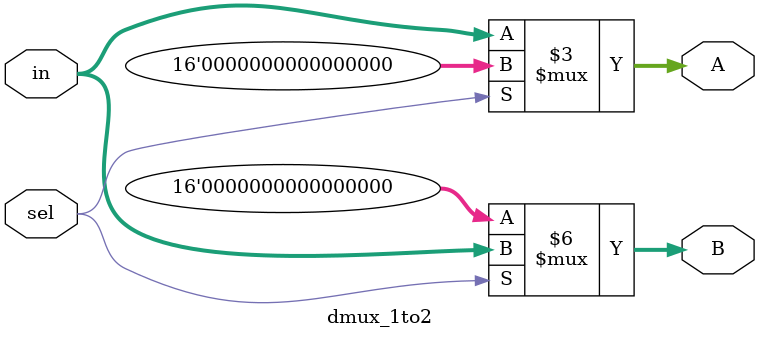
<source format=v>
`timescale 1ns / 1ps
module dmux_1to2 
				#(parameter N = 16)
				 (input [N-1: 0] in,
				  input sel, 
				  output reg [N-1: 0] A, B  
				 );

always @ * begin
	
	if (sel) begin
		B <= in;
		A <= 0;
	end else begin
		B <= 0;
		A <= in;
	end
	
end


endmodule

</source>
